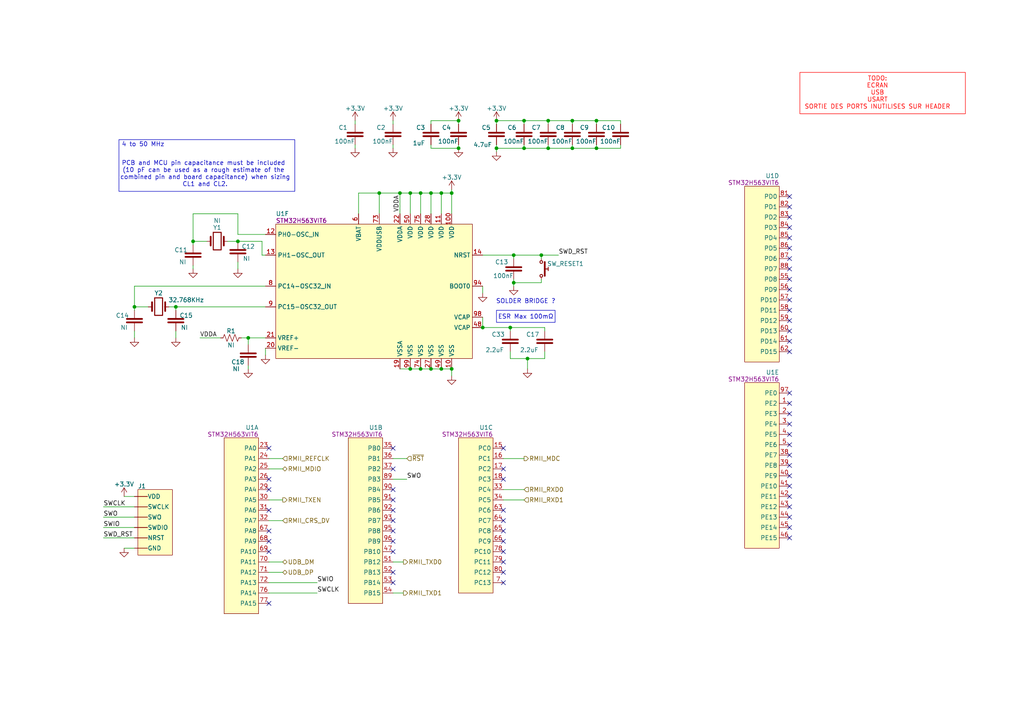
<source format=kicad_sch>
(kicad_sch (version 20250114) (generator "eeschema") (generator_version "9.0")
  (paper "A4")
  (lib_symbols
    (symbol "Generics:C" (pin_numbers (hide yes)) (pin_names (offset 0) (hide yes))
      (property "Reference" "C" (at 3 3.5 0))
      (property "Value" "NI" (at 3 -3.5 0))
      (symbol "C_0_1"
        (polyline (pts (xy 2.5 -2.2) (xy 2.5 2.2)) (stroke (width 0.508)))
        (polyline (pts (xy 3.5 -2.2) (xy 3.5 2.2)) (stroke (width 0.508)))
      )
      (symbol "C_1_1"
        (pin passive line (at 0 0 0) (length 2.5) (name "1") (number "1"))
        (pin passive line (at 6 0 180) (length 2.5) (name "2") (number "2"))
      )
    )
    (symbol "Generics:R" (pin_numbers (hide yes)) (pin_names (offset 0) (hide yes))
      (property "Reference" "R" (at 3 2 0))
      (property "Value" "NI" (at 3 -2.1 0))
      (symbol "R_0_1"
        (polyline (pts (xy 0.7 0) (xy 1.081 1.016) (xy 1.462 0) (xy 1.843 -1.016) (xy 2.224 0)))
        (polyline (pts (xy 2.224 0) (xy 2.605 1.016) (xy 2.986 0) (xy 3.367 -1.016) (xy 3.748 0)))
        (polyline (pts (xy 3.748 0) (xy 4.129 1.016) (xy 4.51 0) (xy 4.891 -1.016) (xy 5.272 0)))
      )
      (symbol "R_1_1"
        (pin passive line (at 0 0 0) (length 0.7) (name "1") (number "1"))
        (pin passive line (at 6 0 180) (length 0.7) (name "1") (number "2"))
      )
    )
    (symbol "Generics:SW_PushButton" (pin_numbers (hide yes)) (pin_names (offset 0) (hide yes))
      (property "Reference" "SW" (at 3 3 0))
      (symbol "SW_PushButton_1_1"
        (circle (center 1 0) (radius 0.4) (stroke (width 0.25)))
        (polyline (pts (xy 3 1) (xy 3 2)) (stroke (width 0.25)))
        (polyline (pts (xy 3.5 2) (xy 2.5 2)) (stroke (width 0.25)))
        (polyline (pts (xy 5 1) (xy 1 1)) (stroke (width 0.5)))
        (circle (center 5 0) (radius 0.4) (stroke (width 0.25)))
        (pin passive line (at 0 0 0) (length 0.6) (name "1") (number "1"))
        (pin passive line (at 6 0 180) (length 0.6) (name "2") (number "2"))
      )
    )
    (symbol "Generics:Y" (pin_numbers (hide yes)) (pin_names (offset 0) (hide yes))
      (property "Reference" "Y" (at 3 3.5 0))
      (property "Value" "NI" (at 3 -3.5 0))
      (symbol "Y_0_1"
        (polyline (pts (xy 1.1 -1.2) (xy 1.1 1.34)) (stroke (width 0.508)))
        (rectangle (start 1.862 2.61) (end 4.148 -2.47) (stroke (width 0.3048)))
        (polyline (pts (xy 4.91 -1.2) (xy 4.91 1.34)) (stroke (width 0.508)))
      )
      (symbol "Y_1_1"
        (pin passive line (at 0 0 0) (length 1.27) (name "1") (number "1"))
        (pin passive line (at 6 0 180) (length 1.27) (name "2") (number "2"))
      )
    )
    (symbol "MicroControllers:STM32H563VIT6"
      (property "Reference" "U" (at 3 6 0))
      (property "Part#" "STM32H563VIT6" (at 3 4 0))
      (symbol "STM32H563VIT6_1_1"
        (rectangle (start 3 3) (end 13 -48) (fill (type background)))
        (pin passive line (at 0 0 0) (length 3) (name "PA0") (number "23"))
        (pin passive line (at 0 -3 0) (length 3) (name "PA1") (number "24"))
        (pin passive line (at 0 -6 0) (length 3) (name "PA2") (number "25"))
        (pin passive line (at 0 -9 0) (length 3) (name "PA3") (number "26"))
        (pin passive line (at 0 -12 0) (length 3) (name "PA4") (number "29"))
        (pin passive line (at 0 -15 0) (length 3) (name "PA5") (number "30"))
        (pin passive line (at 0 -18 0) (length 3) (name "PA6") (number "31"))
        (pin passive line (at 0 -21 0) (length 3) (name "PA7") (number "32"))
        (pin passive line (at 0 -24 0) (length 3) (name "PA8") (number "67"))
        (pin passive line (at 0 -27 0) (length 3) (name "PA9") (number "68"))
        (pin passive line (at 0 -30 0) (length 3) (name "PA10") (number "69"))
        (pin passive line (at 0 -33 0) (length 3) (name "PA11") (number "70"))
        (pin passive line (at 0 -36 0) (length 3) (name "PA12") (number "71"))
        (pin passive line (at 0 -39 0) (length 3) (name "PA13") (number "72"))
        (pin passive line (at 0 -42 0) (length 3) (name "PA14") (number "76"))
        (pin passive line (at 0 -45 0) (length 3) (name "PA15") (number "77"))
      )
      (symbol "STM32H563VIT6_2_1"
        (rectangle (start 3 3) (end 13 -45) (fill (type background)))
        (pin passive line (at 0 0 0) (length 3) (name "PB0") (number "35"))
        (pin passive line (at 0 -3 0) (length 3) (name "PB1") (number "36"))
        (pin passive line (at 0 -6 0) (length 3) (name "PB2") (number "37"))
        (pin passive line (at 0 -9 0) (length 3) (name "PB3") (number "89"))
        (pin passive line (at 0 -12 0) (length 3) (name "PB4") (number "90"))
        (pin passive line (at 0 -15 0) (length 3) (name "PB5") (number "91"))
        (pin passive line (at 0 -18 0) (length 3) (name "PB6") (number "92"))
        (pin passive line (at 0 -21 0) (length 3) (name "PB7") (number "93"))
        (pin passive line (at 0 -24 0) (length 3) (name "PB8") (number "95"))
        (pin passive line (at 0 -27 0) (length 3) (name "PB9") (number "96"))
        (pin passive line (at 0 -30 0) (length 3) (name "PB10") (number "47"))
        (pin passive line (at 0 -33 0) (length 3) (name "PB12") (number "51"))
        (pin passive line (at 0 -36 0) (length 3) (name "PB13") (number "52"))
        (pin passive line (at 0 -39 0) (length 3) (name "PB14") (number "53"))
        (pin passive line (at 0 -42 0) (length 3) (name "PB15") (number "54"))
      )
      (symbol "STM32H563VIT6_3_1"
        (rectangle (start 3 3) (end 13 -42) (fill (type background)))
        (pin passive line (at 0 0 0) (length 3) (name "PC0") (number "15"))
        (pin passive line (at 0 -3 0) (length 3) (name "PC1") (number "16"))
        (pin passive line (at 0 -6 0) (length 3) (name "PC2") (number "17"))
        (pin passive line (at 0 -9 0) (length 3) (name "PC3") (number "18"))
        (pin passive line (at 0 -12 0) (length 3) (name "PC4") (number "33"))
        (pin passive line (at 0 -15 0) (length 3) (name "PC5") (number "34"))
        (pin passive line (at 0 -18 0) (length 3) (name "PC6") (number "63"))
        (pin passive line (at 0 -21 0) (length 3) (name "PC7") (number "64"))
        (pin passive line (at 0 -24 0) (length 3) (name "PC8") (number "65"))
        (pin passive line (at 0 -27 0) (length 3) (name "PC9") (number "66"))
        (pin passive line (at 0 -30 0) (length 3) (name "PC10") (number "78"))
        (pin passive line (at 0 -33 0) (length 3) (name "PC11") (number "79"))
        (pin passive line (at 0 -36 0) (length 3) (name "PC12") (number "80"))
        (pin passive line (at 0 -39 0) (length 3) (name "PC13") (number "7"))
      )
      (symbol "STM32H563VIT6_4_1"
        (rectangle (start 3 3) (end 13 -48) (fill (type background)))
        (pin passive line (at 0 0 0) (length 3) (name "PD0") (number "81"))
        (pin passive line (at 0 -3 0) (length 3) (name "PD1") (number "82"))
        (pin passive line (at 0 -6 0) (length 3) (name "PD2") (number "83"))
        (pin passive line (at 0 -9 0) (length 3) (name "PD3") (number "84"))
        (pin passive line (at 0 -12 0) (length 3) (name "PD4") (number "85"))
        (pin passive line (at 0 -15 0) (length 3) (name "PD5") (number "86"))
        (pin passive line (at 0 -18 0) (length 3) (name "PD6") (number "87"))
        (pin passive line (at 0 -21 0) (length 3) (name "PD7") (number "88"))
        (pin passive line (at 0 -24 0) (length 3) (name "PD8") (number "55"))
        (pin passive line (at 0 -27 0) (length 3) (name "PD9") (number "56"))
        (pin passive line (at 0 -30 0) (length 3) (name "PD10") (number "57"))
        (pin passive line (at 0 -33 0) (length 3) (name "PD11") (number "58"))
        (pin passive line (at 0 -36 0) (length 3) (name "PD12") (number "59"))
        (pin passive line (at 0 -39 0) (length 3) (name "PD13") (number "60"))
        (pin passive line (at 0 -42 0) (length 3) (name "PD14") (number "61"))
        (pin passive line (at 0 -45 0) (length 3) (name "PD15") (number "62"))
      )
      (symbol "STM32H563VIT6_5_1"
        (rectangle (start 3 3) (end 13 -45) (fill (type background)))
        (pin passive line (at 0 0 0) (length 3) (name "PE0") (number "97"))
        (pin passive line (at 0 -3 0) (length 3) (name "PE2") (number "1"))
        (pin passive line (at 0 -6 0) (length 3) (name "PE3") (number "2"))
        (pin passive line (at 0 -9 0) (length 3) (name "PE4") (number "3"))
        (pin passive line (at 0 -12 0) (length 3) (name "PE5") (number "4"))
        (pin passive line (at 0 -15 0) (length 3) (name "PE6") (number "5"))
        (pin passive line (at 0 -18 0) (length 3) (name "PE7") (number "38"))
        (pin passive line (at 0 -21 0) (length 3) (name "PE8") (number "39"))
        (pin passive line (at 0 -24 0) (length 3) (name "PE9") (number "40"))
        (pin passive line (at 0 -27 0) (length 3) (name "PE10") (number "41"))
        (pin passive line (at 0 -30 0) (length 3) (name "PE11") (number "42"))
        (pin passive line (at 0 -33 0) (length 3) (name "PE12") (number "43"))
        (pin passive line (at 0 -36 0) (length 3) (name "PE13") (number "44"))
        (pin passive line (at 0 -39 0) (length 3) (name "PE14") (number "45"))
        (pin passive line (at 0 -42 0) (length 3) (name "PE15") (number "46"))
      )
      (symbol "STM32H563VIT6_6_1"
        (rectangle (start 3 3) (end 60 -36) (fill (type background)))
        (pin passive line (at 0 0 0) (length 3) (name "PH0-OSC_IN") (number "12"))
        (pin passive line (at 0 -6 0) (length 3) (name "PH1-OSC_OUT") (number "13"))
        (pin passive line (at 0 -15 0) (length 3) (name "PC14-OSC32_IN") (number "8"))
        (pin passive line (at 0 -21 0) (length 3) (name "PC15-OSC32_OUT") (number "9"))
        (pin passive line (at 0 -30 0) (length 3) (name "VREF+") (number "21"))
        (pin passive line (at 0 -33 0) (length 3) (name "VREF-") (number "20"))
        (pin passive line (at 27 6 270) (length 3) (name "VBAT") (number "6"))
        (pin passive line (at 33 6 270) (length 3) (name "VDDUSB") (number "73"))
        (pin passive line (at 39 6 270) (length 3) (name "VDDA") (number "22"))
        (pin passive line (at 39 -39 90) (length 3) (name "VSSA") (number "19"))
        (pin passive line (at 42 6 270) (length 3) (name "VDD") (number "50"))
        (pin passive line (at 42 -39 90) (length 3) (name "VSS") (number "99"))
        (pin passive line (at 45 6 270) (length 3) (name "VDD") (number "75"))
        (pin passive line (at 45 -39 90) (length 3) (name "VSS") (number "74"))
        (pin passive line (at 48 6 270) (length 3) (name "VDD") (number "28"))
        (pin passive line (at 48 -39 90) (length 3) (name "VSS") (number "27"))
        (pin passive line (at 51 6 270) (length 3) (name "VDD") (number "11"))
        (pin passive line (at 51 -39 90) (length 3) (name "VSS") (number "49"))
        (pin passive line (at 54 6 270) (length 3) (name "VDD") (number "100"))
        (pin passive line (at 54 -39 90) (length 3) (name "VSS") (number "10"))
        (pin passive line (at 63 -6 180) (length 3) (name "NRST") (number "14"))
        (pin passive line (at 63 -15 180) (length 3) (name "BOOT0") (number "94"))
        (pin passive line (at 63 -24 180) (length 3) (name "VCAP") (number "98"))
        (pin passive line (at 63 -27 180) (length 3) (name "VCAP") (number "48"))
      )
    )
    (symbol "PCB_Utils:J_SWD" (pin_numbers (hide yes)) (pin_names (offset 0.002))
      (property "Reference" "J" (at 1 3 0))
      (symbol "J_SWD_1_1"
        (rectangle (start 1 2) (end 11 -17) (fill (type background)))
        (pin passive line (at 0 0 0) (length 3.8) (name "VDD") (number "1"))
        (pin passive line (at 0 -3 0) (length 3.8) (name "SWCLK") (number "2"))
        (pin passive line (at 0 -6 0) (length 3.8) (name "SWO") (number "6"))
        (pin passive line (at 0 -9 0) (length 3.8) (name "SWDIO") (number "4"))
        (pin passive line (at 0 -12 0) (length 3.8) (name "NRST") (number "5"))
        (pin passive line (at 0 -15 0) (length 3.8) (name "GND") (number "3"))
      )
    )
    (symbol "Power:+3.3V" (power) (pin_numbers (hide yes)) (pin_names (offset 0) (hide yes))
      (property "Value" "+3.3V" (at 0 3.556 0))
      (symbol "+3.3V_0_1"
        (polyline (pts (xy -0.762 1.27) (xy 0 2.54)))
        (polyline (pts (xy 0 2.54) (xy 0.762 1.27)))
        (polyline (pts (xy 0 0) (xy 0 2.54)))
      )
      (symbol "+3.3V_1_1"
        (pin power_in line (at 0 0 90) (length 0) (hide yes) (name "+3.3V") (number "1"))
      )
    )
    (symbol "Power:GND" (power) (pin_numbers (hide yes)) (pin_names (offset 0) (hide yes))
      (symbol "GND_0_1"
        (polyline (pts (xy 0 0) (xy 0 -1.27) (xy 1.27 -1.27) (xy 0 -2.54) (xy -1.27 -1.27) (xy 0 -1.27)))
      )
      (symbol "GND_1_1"
        (pin power_in line (at 0 0 270) (length 0) (hide yes) (name "GND") (number "1"))
      )
    )
  )
  (rectangle (start 144 90) (end 161 93.5))
  (rectangle (start 34.5 40.5) (end 85.5 55.5))
  (rectangle (start 232 21) (end 280 33) (stroke (width 0) (color 255 0 0 1)))
  (text "TODO:\nECRAN\nUSB\nUSART\nSORTIE DES PORTS INUTILISES SUR HEADER\n" (at 254.5 27 0) (effects (font (size 1.27 1.27))))
  (text "PCB and MCU pin capacitance must be included \n(10 pF can be used as a rough estimate of the \ncombined pin and board capacitance) when sizing\nCL1 and CL2." (at 59.5 50.5 0) (effects (font (size 1.27 1.27))))
  (text "4 to 50 MHz" (at 41.5 42 0) (effects (font (size 1.27 1.27))))
  (text "ESR Max 100mΩ" (at 152.5 92 0) (effects (font (size 1.27 1.27))))
  (text "SOLDER BRIDGE ?" (at 152.5 87.5 0) (effects (font (size 1.27 1.27))))
  (junction (at 144 35))
  (junction (at 152 35))
  (junction (at 119 107))
  (junction (at 149 74))
  (junction (at 131 56))
  (junction (at 69 70))
  (junction (at 125 107))
  (junction (at 149 82))
  (junction (at 173 35))
  (junction (at 119 56))
  (junction (at 157 74))
  (junction (at 173 43))
  (junction (at 140 95))
  (junction (at 56 70))
  (junction (at 116 56))
  (junction (at 122 56))
  (junction (at 122 107))
  (junction (at 110 56))
  (junction (at 133 35))
  (junction (at 39 89))
  (junction (at 131 107))
  (junction (at 133 43))
  (junction (at 159 43))
  (junction (at 153 104))
  (junction (at 125 56))
  (junction (at 72 98))
  (junction (at 144 43))
  (junction (at 166 43))
  (junction (at 152 43))
  (junction (at 51 89))
  (junction (at 128 107))
  (junction (at 128 56))
  (junction (at 166 35))
  (junction (at 148 95))
  (junction (at 159 35))
  (no_connect (at 146 160))
  (no_connect (at 114 154))
  (no_connect (at 114 166))
  (no_connect (at 114 157))
  (no_connect (at 78 148))
  (no_connect (at 229 99))
  (no_connect (at 78 142))
  (no_connect (at 229 78))
  (no_connect (at 229 153))
  (no_connect (at 146 151))
  (no_connect (at 114 136))
  (no_connect (at 229 69))
  (no_connect (at 229 87))
  (no_connect (at 229 126))
  (no_connect (at 229 132))
  (no_connect (at 114 160))
  (no_connect (at 229 138))
  (no_connect (at 114 145))
  (no_connect (at 229 123))
  (no_connect (at 114 151))
  (no_connect (at 114 130))
  (no_connect (at 229 63))
  (no_connect (at 229 150))
  (no_connect (at 146 169))
  (no_connect (at 146 163))
  (no_connect (at 78 175))
  (no_connect (at 229 135))
  (no_connect (at 78 160))
  (no_connect (at 229 84))
  (no_connect (at 229 102))
  (no_connect (at 229 96))
  (no_connect (at 114 142))
  (no_connect (at 146 130))
  (no_connect (at 229 60))
  (no_connect (at 229 120))
  (no_connect (at 146 139))
  (no_connect (at 229 81))
  (no_connect (at 229 129))
  (no_connect (at 114 169))
  (no_connect (at 78 130))
  (no_connect (at 229 72))
  (no_connect (at 229 156))
  (no_connect (at 114 148))
  (no_connect (at 146 157))
  (no_connect (at 78 157))
  (no_connect (at 146 154))
  (no_connect (at 229 117))
  (no_connect (at 229 114))
  (no_connect (at 229 75))
  (no_connect (at 78 139))
  (no_connect (at 229 147))
  (no_connect (at 78 154))
  (no_connect (at 229 57))
  (no_connect (at 229 144))
  (no_connect (at 146 148))
  (no_connect (at 229 141))
  (no_connect (at 146 166))
  (no_connect (at 229 90))
  (no_connect (at 229 66))
  (no_connect (at 146 136))
  (no_connect (at 229 93))
  (wire (pts (xy 152 42) (xy 152 43)))
  (wire (pts (xy 159 43) (xy 166 43)))
  (wire (pts (xy 146 145) (xy 152 145)))
  (wire (pts (xy 131 55) (xy 131 56)))
  (wire (pts (xy 78 169) (xy 92 169)))
  (wire (pts (xy 149 74) (xy 157 74)))
  (wire (pts (xy 125 35) (xy 125 36)))
  (wire (pts (xy 144 35) (xy 144 36)))
  (wire (pts (xy 119 56) (xy 116 56)))
  (wire (pts (xy 78 145) (xy 82 145)))
  (wire (pts (xy 78 133) (xy 82 133)))
  (wire (pts (xy 166 35) (xy 173 35)))
  (wire (pts (xy 69 68) (xy 69 62)))
  (wire (pts (xy 49 89) (xy 51 89)))
  (wire (pts (xy 114 163) (xy 117 163)))
  (wire (pts (xy 114 172) (xy 117 172)))
  (wire (pts (xy 159 35) (xy 166 35)))
  (wire (pts (xy 119 107) (xy 122 107)))
  (wire (pts (xy 125 107) (xy 128 107)))
  (wire (pts (xy 166 43) (xy 166 42)))
  (wire (pts (xy 152 35) (xy 152 36)))
  (wire (pts (xy 78 163) (xy 82 163)))
  (wire (pts (xy 36 159) (xy 39 159)))
  (wire (pts (xy 128 107) (xy 131 107)))
  (wire (pts (xy 51 89) (xy 51 90)))
  (wire (pts (xy 77 74) (xy 76 74)))
  (wire (pts (xy 146 133) (xy 152 133)))
  (wire (pts (xy 140 83) (xy 140 85)))
  (wire (pts (xy 110 56) (xy 104 56)))
  (wire (pts (xy 125 43) (xy 133 43)))
  (wire (pts (xy 116 56) (xy 116 62)))
  (wire (pts (xy 166 43) (xy 173 43)))
  (wire (pts (xy 148 95) (xy 158 95)))
  (wire (pts (xy 77 83) (xy 39 83)))
  (wire (pts (xy 153 104) (xy 153 107)))
  (wire (pts (xy 157 82) (xy 157 81)))
  (wire (pts (xy 39 96) (xy 39 98)))
  (wire (pts (xy 180 43) (xy 180 42)))
  (wire (pts (xy 70 98) (xy 72 98)))
  (wire (pts (xy 56 62) (xy 56 70)))
  (wire (pts (xy 72 106) (xy 72 107)))
  (wire (pts (xy 128 56) (xy 131 56)))
  (wire (pts (xy 104 56) (xy 104 62)))
  (wire (pts (xy 114 42) (xy 114 43)))
  (wire (pts (xy 116 56) (xy 110 56)))
  (wire (pts (xy 78 172) (xy 92 172)))
  (wire (pts (xy 77 68) (xy 69 68)))
  (wire (pts (xy 51 96) (xy 51 98)))
  (wire (pts (xy 56 70) (xy 56 71)))
  (wire (pts (xy 173 43) (xy 180 43)))
  (wire (pts (xy 56 70) (xy 60 70)))
  (wire (pts (xy 144 43) (xy 144 42)))
  (wire (pts (xy 78 136) (xy 82 136)))
  (wire (pts (xy 36 144) (xy 39 144)))
  (wire (pts (xy 125 35) (xy 133 35)))
  (wire (pts (xy 69 62) (xy 56 62)))
  (wire (pts (xy 76 70) (xy 69 70)))
  (wire (pts (xy 146 142) (xy 152 142)))
  (wire (pts (xy 159 43) (xy 159 42)))
  (wire (pts (xy 77 101) (xy 77 103)))
  (wire (pts (xy 125 43) (xy 125 42)))
  (wire (pts (xy 122 56) (xy 122 62)))
  (wire (pts (xy 69 76) (xy 69 78)))
  (wire (pts (xy 131 56) (xy 131 62)))
  (wire (pts (xy 149 75) (xy 149 74)))
  (wire (pts (xy 39 147) (xy 30 147)))
  (wire (pts (xy 159 35) (xy 159 36)))
  (wire (pts (xy 122 107) (xy 125 107)))
  (wire (pts (xy 173 43) (xy 173 42)))
  (wire (pts (xy 39 89) (xy 43 89)))
  (wire (pts (xy 152 43) (xy 159 43)))
  (wire (pts (xy 144 35) (xy 152 35)))
  (wire (pts (xy 39 83) (xy 39 89)))
  (wire (pts (xy 30 153) (xy 39 153)))
  (wire (pts (xy 153 104) (xy 158 104)))
  (wire (pts (xy 125 56) (xy 128 56)))
  (wire (pts (xy 114 133) (xy 118 133)))
  (wire (pts (xy 128 56) (xy 128 62)))
  (wire (pts (xy 78 151) (xy 82 151)))
  (wire (pts (xy 133 35) (xy 133 36)))
  (wire (pts (xy 116 107) (xy 119 107)))
  (wire (pts (xy 173 35) (xy 180 35)))
  (wire (pts (xy 30 150) (xy 39 150)))
  (wire (pts (xy 149 82) (xy 149 81)))
  (wire (pts (xy 140 92) (xy 140 95)))
  (wire (pts (xy 30 156) (xy 39 156)))
  (wire (pts (xy 157 74) (xy 157 75)))
  (wire (pts (xy 149 83) (xy 149 82)))
  (wire (pts (xy 110 56) (xy 110 62)))
  (wire (pts (xy 148 95) (xy 148 96)))
  (wire (pts (xy 125 56) (xy 125 62)))
  (wire (pts (xy 103 35) (xy 103 36)))
  (wire (pts (xy 144 44) (xy 144 43)))
  (wire (pts (xy 114 139) (xy 118 139)))
  (wire (pts (xy 152 35) (xy 159 35)))
  (wire (pts (xy 144 43) (xy 152 43)))
  (wire (pts (xy 72 98) (xy 72 100)))
  (wire (pts (xy 173 35) (xy 173 36)))
  (wire (pts (xy 131 107) (xy 131 109)))
  (wire (pts (xy 72 98) (xy 77 98)))
  (wire (pts (xy 140 74) (xy 149 74)))
  (wire (pts (xy 114 35) (xy 114 36)))
  (wire (pts (xy 180 35) (xy 180 36)))
  (wire (pts (xy 133 42) (xy 133 43)))
  (wire (pts (xy 76 74) (xy 76 70)))
  (wire (pts (xy 157 74) (xy 162 74)))
  (wire (pts (xy 66 70) (xy 69 70)))
  (wire (pts (xy 78 166) (xy 82 166)))
  (wire (pts (xy 158 95) (xy 158 96)))
  (wire (pts (xy 149 82) (xy 157 82)))
  (wire (pts (xy 140 95) (xy 148 95)))
  (wire (pts (xy 166 35) (xy 166 36)))
  (wire (pts (xy 122 56) (xy 125 56)))
  (wire (pts (xy 158 104) (xy 158 102)))
  (wire (pts (xy 119 56) (xy 122 56)))
  (wire (pts (xy 148 104) (xy 153 104)))
  (wire (pts (xy 103 42) (xy 103 43)))
  (wire (pts (xy 58 98) (xy 64 98)))
  (wire (pts (xy 148 102) (xy 148 104)))
  (wire (pts (xy 51 89) (xy 77 89)))
  (wire (pts (xy 39 90) (xy 39 89)))
  (wire (pts (xy 119 56) (xy 119 62)))
  (wire (pts (xy 56 77) (xy 56 78)))
  (label "SWO" (at 118 139 0))
  (label "SWD_RST" (at 30 156 0))
  (label "VDDA" (at 58 98 0))
  (label "SWO" (at 30 150 0))
  (label "SWCLK" (at 30 147 0))
  (label "SWD_RST" (at 162 74 0))
  (label "SWIO" (at 30 153 0))
  (label "SWCLK" (at 92 172 0))
  (label "SWIO" (at 92 169 0))
  (label "VDDA" (at 116 61.5 90))
  (hierarchical_label "RMII_TXD0" (shape output) (at 117 163 0))
  (hierarchical_label "RMII_RXD0" (shape input) (at 152 142 0))
  (hierarchical_label "RMII_TXD1" (shape output) (at 117 172 0))
  (hierarchical_label "RMII_MDIO" (shape bidirectional) (at 82 136 0))
  (hierarchical_label "~{RST}" (shape input) (at 118 133 0))
  (hierarchical_label "RMII_RXD1" (shape input) (at 152 145 0))
  (hierarchical_label "RMII_MDC" (shape output) (at 152 133 0))
  (hierarchical_label "RMII_TXEN" (shape output) (at 82 145 0))
  (hierarchical_label "UDB_DM" (shape bidirectional) (at 82 163 0))
  (hierarchical_label "RMII_CRS_DV" (shape input) (at 82 151 0))
  (hierarchical_label "UDB_DP" (shape bidirectional) (at 82 166 0))
  (hierarchical_label "RMII_REFCLK" (shape input) (at 82 133 0))
  (symbol (lib_id "MicroControllers:STM32H563VIT6") (at 78 130 0) (mirror y) (unit 1)
    (property "Reference" "U1" (at 75 124 0) (effects (font (size 1.25 1.25)) (justify left)))
    (property "Footprint" "Microcontrollers:STM32H563VIT6" (effects (hide yes)))
    (property "Part#" "STM32H563VIT6" (at 75 126 0) (effects (font (size 1.25 1.25)) (justify left)))
  )
  (symbol (lib_id "Generics:C") (at 173 42 90) (unit 1)
    (property "Reference" "C9" (at 169.5 37 90) (effects (font (size 1.25 1.25))))
    (property "Value" "100nF" (at 170 41 90) (effects (font (size 1.25 1.25))))
    (property "Footprint" "Generics:C_0603" (effects (hide yes)))
    (property "Description" "Unpolarized capacitor" (effects (hide yes)))
    (property "LCSC Part #" "C14663" (effects (hide yes)))
  )
  (symbol (lib_id "Generics:C") (at 114 42 90) (unit 1)
    (property "Reference" "C2" (at 110.5 37 90) (effects (font (size 1.25 1.25))))
    (property "Value" "100nF" (at 111 41 90) (effects (font (size 1.25 1.25))))
    (property "Footprint" "Generics:C_0603" (effects (hide yes)))
    (property "Description" "Unpolarized capacitor" (effects (hide yes)))
    (property "LCSC Part #" "C14663" (effects (hide yes)))
  )
  (symbol (lib_id "Power:GND") (at 56 78 0) (unit 1)
    (property "Reference" "#PWR010" (effects (hide yes)))
    (property "Value" "GND" (effects (hide yes)))
    (property "Description" "Power symbol creates a global label with name \"GND\"" (effects (hide yes)))
  )
  (symbol (lib_id "Power:GND") (at 51 98 0) (unit 1)
    (property "Reference" "#PWR015" (effects (hide yes)))
    (property "Value" "GND" (effects (hide yes)))
    (property "Description" "Power symbol creates a global label with name \"GND\"" (effects (hide yes)))
  )
  (symbol (lib_id "Generics:C") (at 148 102 90) (unit 1)
    (property "Reference" "C33" (at 144.5 97 90) (effects (font (size 1.25 1.25))))
    (property "Value" "2.2uF" (at 143.5 101.5 90) (effects (font (size 1.25 1.25))))
    (property "Footprint" "Generics:C_0402" (effects (hide yes)))
    (property "Description" "Unpolarized capacitor" (effects (hide yes)))
    (property "LCSC Part #" "C12530" (effects (hide yes)))
  )
  (symbol (lib_id "MicroControllers:STM32H563VIT6") (at 229 114 0) (mirror y) (unit 5)
    (property "Reference" "U1" (at 226 108 0) (effects (font (size 1.25 1.25)) (justify left)))
    (property "Footprint" "Microcontrollers:STM32H563VIT6" (effects (hide yes)))
    (property "Part#" "STM32H563VIT6" (at 226 110 0) (effects (font (size 1.25 1.25)) (justify left)))
  )
  (symbol (lib_id "Power:+3.3V") (at 133 35 0) (unit 1)
    (property "Reference" "#PWR03" (effects (hide yes)))
    (property "Value" "+3.3V" (at 133 31.444 0) (effects (font (size 1.25 1.25))))
    (property "Description" "Power symbol creates a global label with name \"+3.3V\"" (effects (hide yes)))
  )
  (symbol (lib_id "Power:+3.3V") (at 131 55 0) (unit 1)
    (property "Reference" "#PWR09" (effects (hide yes)))
    (property "Value" "+3.3V" (at 131 51.444 0) (effects (font (size 1.25 1.25))))
    (property "Description" "Power symbol creates a global label with name \"+3.3V\"" (effects (hide yes)))
  )
  (symbol (lib_id "Generics:C") (at 149 81 90) (unit 1)
    (property "Reference" "C13" (at 145.5 76 90) (effects (font (size 1.25 1.25))))
    (property "Value" "100nF" (at 146 80 90) (effects (font (size 1.25 1.25))))
    (property "Footprint" "Generics:C_0603" (effects (hide yes)))
    (property "Description" "Unpolarized capacitor" (effects (hide yes)))
    (property "LCSC Part #" "C14663" (effects (hide yes)))
  )
  (symbol (lib_id "Power:GND") (at 103 43 0) (unit 1)
    (property "Reference" "#PWR05" (effects (hide yes)))
    (property "Value" "GND" (effects (hide yes)))
    (property "Description" "Power symbol creates a global label with name \"GND\"" (effects (hide yes)))
  )
  (symbol (lib_id "Power:+3.3V") (at 144 35 0) (unit 1)
    (property "Reference" "#PWR04" (effects (hide yes)))
    (property "Value" "+3.3V" (at 144 31.444 0) (effects (font (size 1.25 1.25))))
    (property "Description" "Power symbol creates a global label with name \"+3.3V\"" (effects (hide yes)))
  )
  (symbol (lib_id "Power:GND") (at 69 78 0) (unit 1)
    (property "Reference" "#PWR011" (effects (hide yes)))
    (property "Value" "GND" (effects (hide yes)))
    (property "Description" "Power symbol creates a global label with name \"GND\"" (effects (hide yes)))
  )
  (symbol (lib_id "Generics:C") (at 51 96 90) (unit 1)
    (property "Reference" "C15" (at 54 91.5 90) (effects (font (size 1.25 1.25))))
    (property "Value" "NI" (at 53.5 95 90) (effects (font (size 1.25 1.25))))
    (property "Description" "Unpolarized capacitor" (effects (hide yes)))
  )
  (symbol (lib_id "MicroControllers:STM32H563VIT6") (at 77 68 0) (unit 6)
    (property "Reference" "U1" (at 80 62 0) (effects (font (size 1.25 1.25)) (justify left)))
    (property "Footprint" "Microcontrollers:STM32H563VIT6" (effects (hide yes)))
    (property "Part#" "STM32H563VIT6" (at 80 64 0) (effects (font (size 1.25 1.25)) (justify left)))
  )
  (symbol (lib_id "Power:GND") (at 144 44 0) (unit 1)
    (property "Reference" "#PWR08" (effects (hide yes)))
    (property "Value" "GND" (effects (hide yes)))
    (property "Description" "Power symbol creates a global label with name \"GND\"" (effects (hide yes)))
  )
  (symbol (lib_id "Generics:C") (at 144 42 90) (unit 1)
    (property "Reference" "C5" (at 141 37 90) (effects (font (size 1.25 1.25))))
    (property "Value" "4.7uF" (at 140 42 90) (effects (font (size 1.25 1.25))))
    (property "Footprint" "Generics:C_0603" (effects (hide yes)))
    (property "Description" "Unpolarized capacitor" (effects (hide yes)))
    (property "LCSC Part #" "C19666" (effects (hide yes)))
  )
  (symbol (lib_id "Power:GND") (at 39 98 0) (unit 1)
    (property "Reference" "#PWR014" (effects (hide yes)))
    (property "Value" "GND" (effects (hide yes)))
    (property "Description" "Power symbol creates a global label with name \"GND\"" (effects (hide yes)))
  )
  (symbol (lib_id "Generics:Y") (at 43 89 0) (unit 1)
    (property "Reference" "Y2" (at 46 85 0) (effects (font (size 1.25 1.25))))
    (property "Value" "32.768KHz" (at 54 87 0) (effects (font (size 1.25 1.25))))
    (property "Description" "Two pin crystal" (effects (hide yes)))
  )
  (symbol (lib_id "Generics:R") (at 64 98 0) (unit 1)
    (property "Reference" "R1" (at 67 96 0) (effects (font (size 1.25 1.25))))
    (property "Value" "NI" (at 67 100.1 0) (effects (font (size 1.25 1.25))))
    (property "Description" "Resistor" (effects (hide yes)))
  )
  (symbol (lib_id "Power:GND") (at 72 107 0) (unit 1)
    (property "Reference" "#PWR018" (effects (hide yes)))
    (property "Value" "GND" (effects (hide yes)))
    (property "Description" "Power symbol creates a global label with name \"GND\"" (effects (hide yes)))
  )
  (symbol (lib_id "Power:+3.3V") (at 114 35 0) (unit 1)
    (property "Reference" "#PWR02" (effects (hide yes)))
    (property "Value" "+3.3V" (at 114 31.444 0) (effects (font (size 1.25 1.25))))
    (property "Description" "Power symbol creates a global label with name \"+3.3V\"" (effects (hide yes)))
  )
  (symbol (lib_id "Generics:SW_PushButton") (at 157 75 270) (unit 1)
    (property "Reference" "SW_RESET1" (at 164 76.5 90) (effects (font (size 1.25 1.25))))
    (property "Description" "Push button switch, generic, two pins" (effects (hide yes)))
  )
  (symbol (lib_id "Power:GND") (at 133 43 0) (unit 1)
    (property "Reference" "#PWR07" (effects (hide yes)))
    (property "Value" "GND" (effects (hide yes)))
    (property "Description" "Power symbol creates a global label with name \"GND\"" (effects (hide yes)))
  )
  (symbol (lib_id "Generics:C") (at 56 77 90) (unit 1)
    (property "Reference" "C11" (at 52.5 72.5 90) (effects (font (size 1.25 1.25))))
    (property "Value" "NI" (at 53 76 90) (effects (font (size 1.25 1.25))))
    (property "Description" "Unpolarized capacitor" (effects (hide yes)))
  )
  (symbol (lib_id "Power:GND") (at 77 103 0) (unit 1)
    (property "Reference" "#PWR016" (effects (hide yes)))
    (property "Value" "GND" (effects (hide yes)))
    (property "Description" "Power symbol creates a global label with name \"GND\"" (effects (hide yes)))
  )
  (symbol (lib_id "Generics:C") (at 159 42 90) (unit 1)
    (property "Reference" "C7" (at 155.5 37 90) (effects (font (size 1.25 1.25))))
    (property "Value" "100nF" (at 156 41 90) (effects (font (size 1.25 1.25))))
    (property "Footprint" "Generics:C_0603" (effects (hide yes)))
    (property "Description" "Unpolarized capacitor" (effects (hide yes)))
    (property "LCSC Part #" "C14663" (effects (hide yes)))
  )
  (symbol (lib_id "Power:+3.3V") (at 103 35 0) (unit 1)
    (property "Reference" "#PWR01" (effects (hide yes)))
    (property "Value" "+3.3V" (at 103 31.444 0) (effects (font (size 1.25 1.25))))
    (property "Description" "Power symbol creates a global label with name \"+3.3V\"" (effects (hide yes)))
  )
  (symbol (lib_id "Power:GND") (at 36 159 0) (unit 1)
    (property "Reference" "#PWR021" (effects (hide yes)))
    (property "Value" "GND" (effects (hide yes)))
    (property "Description" "Power symbol creates a global label with name \"GND\"" (effects (hide yes)))
  )
  (symbol (lib_id "Generics:C") (at 39 96 90) (unit 1)
    (property "Reference" "C14" (at 35.5 91.5 90) (effects (font (size 1.25 1.25))))
    (property "Value" "NI" (at 36 95 90) (effects (font (size 1.25 1.25))))
    (property "Description" "Unpolarized capacitor" (effects (hide yes)))
  )
  (symbol (lib_id "MicroControllers:STM32H563VIT6") (at 229 57 0) (mirror y) (unit 4)
    (property "Reference" "U1" (at 226 51 0) (effects (font (size 1.25 1.25)) (justify left)))
    (property "Footprint" "Microcontrollers:STM32H563VIT6" (effects (hide yes)))
    (property "Part#" "STM32H563VIT6" (at 226 53 0) (effects (font (size 1.25 1.25)) (justify left)))
  )
  (symbol (lib_id "Power:GND") (at 114 43 0) (unit 1)
    (property "Reference" "#PWR06" (effects (hide yes)))
    (property "Value" "GND" (effects (hide yes)))
    (property "Description" "Power symbol creates a global label with name \"GND\"" (effects (hide yes)))
  )
  (symbol (lib_id "MicroControllers:STM32H563VIT6") (at 114 130 0) (mirror y) (unit 2)
    (property "Reference" "U1" (at 111 124 0) (effects (font (size 1.25 1.25)) (justify left)))
    (property "Footprint" "Microcontrollers:STM32H563VIT6" (effects (hide yes)))
    (property "Part#" "STM32H563VIT6" (at 111 126 0) (effects (font (size 1.25 1.25)) (justify left)))
  )
  (symbol (lib_id "PCB_Utils:J_SWD") (at 39 144 0) (unit 1)
    (property "Reference" "J1" (at 40 141 0) (effects (font (size 1.25 1.25)) (justify left)))
    (property "Description" "Programing header for STM32" (effects (hide yes)))
  )
  (symbol (lib_id "Generics:C") (at 166 42 90) (unit 1)
    (property "Reference" "C8" (at 162.5 37 90) (effects (font (size 1.25 1.25))))
    (property "Value" "100nF" (at 163 41 90) (effects (font (size 1.25 1.25))))
    (property "Footprint" "Generics:C_0603" (effects (hide yes)))
    (property "Description" "Unpolarized capacitor" (effects (hide yes)))
    (property "LCSC Part #" "C14663" (effects (hide yes)))
  )
  (symbol (lib_id "Power:GND") (at 140 85 0) (unit 1)
    (property "Reference" "#PWR013" (effects (hide yes)))
    (property "Value" "GND" (effects (hide yes)))
    (property "Description" "Power symbol creates a global label with name \"GND\"" (effects (hide yes)))
  )
  (symbol (lib_id "Generics:C") (at 125 42 90) (unit 1)
    (property "Reference" "C3" (at 122 37 90) (effects (font (size 1.25 1.25))))
    (property "Value" "1uF" (at 121.5 41.5 90) (effects (font (size 1.25 1.25))))
    (property "Footprint" "Generics:C_0603" (effects (hide yes)))
    (property "Description" "Unpolarized capacitor" (effects (hide yes)))
    (property "LCSC Part #" "C15849" (effects (hide yes)))
  )
  (symbol (lib_id "Generics:C") (at 152 42 90) (unit 1)
    (property "Reference" "C6" (at 148.5 37 90) (effects (font (size 1.25 1.25))))
    (property "Value" "100nF" (at 149 41 90) (effects (font (size 1.25 1.25))))
    (property "Footprint" "Generics:C_0603" (effects (hide yes)))
    (property "Description" "Unpolarized capacitor" (effects (hide yes)))
    (property "LCSC Part #" "C14663" (effects (hide yes)))
  )
  (symbol (lib_id "Generics:C") (at 69 76 90) (unit 1)
    (property "Reference" "C12" (at 72 71.5 90) (effects (font (size 1.25 1.25))))
    (property "Value" "NI" (at 71.5 75 90) (effects (font (size 1.25 1.25))))
    (property "Description" "Unpolarized capacitor" (effects (hide yes)))
  )
  (symbol (lib_id "Generics:C") (at 133 42 90) (unit 1)
    (property "Reference" "C4" (at 129.5 37 90) (effects (font (size 1.25 1.25))))
    (property "Value" "100nF" (at 130 41 90) (effects (font (size 1.25 1.25))))
    (property "Footprint" "Generics:C_0603" (effects (hide yes)))
    (property "Description" "Unpolarized capacitor" (effects (hide yes)))
    (property "LCSC Part #" "C14663" (effects (hide yes)))
  )
  (symbol (lib_id "Power:GND") (at 131 109 0) (unit 1)
    (property "Reference" "#PWR019" (effects (hide yes)))
    (property "Value" "GND" (effects (hide yes)))
    (property "Description" "Power symbol creates a global label with name \"GND\"" (effects (hide yes)))
  )
  (symbol (lib_id "Generics:C") (at 103 42 90) (unit 1)
    (property "Reference" "C1" (at 99.5 37 90) (effects (font (size 1.25 1.25))))
    (property "Value" "100nF" (at 100 41 90) (effects (font (size 1.25 1.25))))
    (property "Footprint" "Generics:C_0603" (effects (hide yes)))
    (property "Description" "Unpolarized capacitor" (effects (hide yes)))
    (property "LCSC Part #" "C14663" (effects (hide yes)))
  )
  (symbol (lib_id "Power:GND") (at 153 107 0) (unit 1)
    (property "Reference" "#PWR017" (effects (hide yes)))
    (property "Value" "GND" (effects (hide yes)))
    (property "Description" "Power symbol creates a global label with name \"GND\"" (effects (hide yes)))
  )
  (symbol (lib_id "MicroControllers:STM32H563VIT6") (at 146 130 0) (mirror y) (unit 3)
    (property "Reference" "U1" (at 143 124 0) (effects (font (size 1.25 1.25)) (justify left)))
    (property "Footprint" "Microcontrollers:STM32H563VIT6" (effects (hide yes)))
    (property "Part#" "STM32H563VIT6" (at 143 126 0) (effects (font (size 1.25 1.25)) (justify left)))
  )
  (symbol (lib_id "Power:+3.3V") (at 36 144 0) (unit 1)
    (property "Reference" "#PWR020" (effects (hide yes)))
    (property "Value" "+3.3V" (at 36 140.444 0) (effects (font (size 1.25 1.25))))
    (property "Description" "Power symbol creates a global label with name \"+3.3V\"" (effects (hide yes)))
  )
  (symbol (lib_id "Generics:C") (at 180 42 90) (unit 1)
    (property "Reference" "C10" (at 176.5 37 90) (effects (font (size 1.25 1.25))))
    (property "Value" "100nF" (at 177 41 90) (effects (font (size 1.25 1.25))))
    (property "Footprint" "Generics:C_0603" (effects (hide yes)))
    (property "Description" "Unpolarized capacitor" (effects (hide yes)))
    (property "LCSC Part #" "C14663" (effects (hide yes)))
  )
  (symbol (lib_id "Generics:C") (at 158 102 90) (unit 1)
    (property "Reference" "C17" (at 154.5 97 90) (effects (font (size 1.25 1.25))))
    (property "Value" "2.2uF" (at 153.5 101.5 90) (effects (font (size 1.25 1.25))))
    (property "Footprint" "Generics:C_0402" (effects (hide yes)))
    (property "Description" "Unpolarized capacitor" (effects (hide yes)))
    (property "LCSC Part #" "C12530" (effects (hide yes)))
  )
  (symbol (lib_id "Power:GND") (at 149 83 0) (unit 1)
    (property "Reference" "#PWR012" (effects (hide yes)))
    (property "Value" "GND" (effects (hide yes)))
    (property "Description" "Power symbol creates a global label with name \"GND\"" (effects (hide yes)))
  )
  (symbol (lib_id "Generics:C") (at 72 106 90) (unit 1)
    (property "Reference" "C18" (at 69 105 90) (effects (font (size 1.25 1.25))))
    (property "Value" "NI" (at 68.5 107 90) (effects (font (size 1.25 1.25))))
    (property "Description" "Unpolarized capacitor" (effects (hide yes)))
  )
  (symbol (lib_id "Generics:Y") (at 60 70 0) (unit 1)
    (property "Reference" "Y1" (at 63 66 0) (effects (font (size 1.25 1.25))))
    (property "Value" "NI" (at 63 64 0) (effects (font (size 1.25 1.25))))
    (property "Description" "Two pin crystal" (effects (hide yes)))
  )
)
</source>
